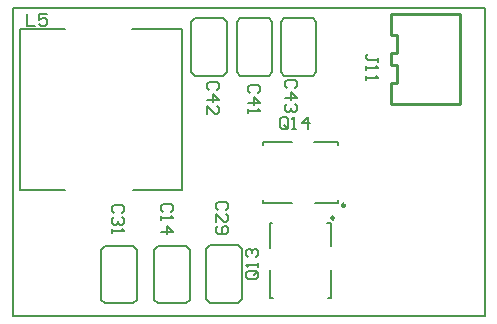
<source format=gto>
%FSLAX25Y25*%
%MOIN*%
G70*
G01*
G75*
%ADD10R,0.10630X0.03937*%
%ADD11R,0.15748X0.17716*%
%ADD12R,0.14410X0.09843*%
%ADD13R,0.14410X0.07874*%
%ADD14R,0.01969X0.06299*%
%ADD15R,0.03543X0.02126*%
%ADD16R,0.09843X0.14410*%
%ADD17R,0.07874X0.14410*%
%ADD18R,0.06299X0.01969*%
%ADD19R,0.02126X0.03543*%
%ADD20C,0.01000*%
%ADD21C,0.02000*%
%ADD22C,0.00800*%
%ADD23R,0.05400X0.12900*%
%ADD24R,0.21600X0.06537*%
%ADD25C,0.00500*%
%ADD26C,0.05906*%
%ADD27R,0.05906X0.05906*%
%ADD28O,0.10000X0.06000*%
%ADD29R,0.10000X0.06000*%
%ADD30C,0.04000*%
%ADD31C,0.02000*%
%ADD32C,0.03000*%
%ADD33R,0.02756X0.03347*%
%ADD34R,0.03347X0.02756*%
%ADD35R,0.05118X0.03937*%
%ADD36R,0.13386X0.07087*%
%ADD37O,0.02756X0.01181*%
%ADD38O,0.01181X0.02756*%
D20*
X110800Y36700D02*
G03*
X110800Y36700I-500J0D01*
G01*
X107217Y32528D02*
G03*
X107217Y32528I-500J0D01*
G01*
X149000Y70600D02*
Y100600D01*
X126000Y70600D02*
X149000D01*
X126000Y100600D02*
X149000D01*
X126000Y93600D02*
X128000D01*
Y87600D02*
Y93600D01*
X126000Y87600D02*
X128000D01*
X126000Y83600D02*
X128000D01*
Y77600D02*
Y83600D01*
X126000Y77600D02*
X128000D01*
X126000Y93600D02*
Y100600D01*
Y83600D02*
Y87600D01*
Y70600D02*
Y77600D01*
D25*
X48376Y23145D02*
X57824D01*
X48376Y4050D02*
X57824D01*
Y23145D02*
X59005Y21964D01*
X47194D02*
X48376Y23145D01*
X47194Y5232D02*
X48376Y4050D01*
X57824D02*
X59005Y5232D01*
X47194D02*
Y21964D01*
X59005Y5232D02*
Y21964D01*
X65676Y23345D02*
X75124D01*
X65676Y4250D02*
X75124D01*
Y23345D02*
X76306Y22164D01*
X64495D02*
X65676Y23345D01*
X64495Y5432D02*
X65676Y4250D01*
X75124D02*
X76306Y5432D01*
X64495D02*
Y22164D01*
X76306Y5432D02*
Y22164D01*
X30776Y23145D02*
X40224D01*
X30776Y4050D02*
X40224D01*
Y23145D02*
X41405Y21964D01*
X29594D02*
X30776Y23145D01*
X29594Y5232D02*
X30776Y4050D01*
X40224D02*
X41405Y5232D01*
X29594D02*
Y21964D01*
X41405Y5232D02*
Y21964D01*
X2600Y41700D02*
Y95637D01*
X56600Y41700D02*
Y95637D01*
X2600Y41700D02*
X17600D01*
X40000D02*
X56600D01*
X39837Y95637D02*
X56600D01*
X2600D02*
X17363D01*
X83600Y37400D02*
Y38400D01*
Y56700D02*
Y57676D01*
X108600Y37400D02*
Y38500D01*
Y56800D02*
Y57676D01*
X83600D02*
X93049D01*
X100300D02*
X108600D01*
X83600Y37400D02*
X93049D01*
X100800D02*
X108600D01*
X105017Y5828D02*
X106017D01*
X85741D02*
X86717D01*
X104917Y30828D02*
X106017D01*
X85741D02*
X86616D01*
X85741Y5828D02*
Y15276D01*
Y22528D02*
Y30828D01*
X106017Y5828D02*
Y15276D01*
Y23028D02*
Y30828D01*
X90576Y99045D02*
X100024D01*
X90576Y79950D02*
X100024D01*
Y99045D02*
X101206Y97864D01*
X89394D02*
X90576Y99045D01*
X89394Y81132D02*
X90576Y79950D01*
X100024D02*
X101206Y81132D01*
X89394D02*
Y97864D01*
X101206Y81132D02*
Y97864D01*
X60776Y99045D02*
X70224D01*
X60776Y79950D02*
X70224D01*
Y99045D02*
X71406Y97864D01*
X59595D02*
X60776Y99045D01*
X59595Y81132D02*
X60776Y79950D01*
X70224D02*
X71406Y81132D01*
X59595D02*
Y97864D01*
X71406Y81132D02*
Y97864D01*
X75876Y99045D02*
X85324D01*
X75876Y79950D02*
X85324D01*
Y99045D02*
X86506Y97864D01*
X74695D02*
X75876Y99045D01*
X74695Y81132D02*
X75876Y79950D01*
X85324D02*
X86506Y81132D01*
X74695D02*
Y97864D01*
X86506Y81132D02*
Y97864D01*
X52816Y34407D02*
X53482Y35073D01*
Y36406D01*
X52816Y37072D01*
X50150D01*
X49483Y36406D01*
Y35073D01*
X50150Y34407D01*
X49483Y33074D02*
Y31741D01*
Y32407D01*
X53482D01*
X52816Y33074D01*
X49483Y27742D02*
X53482D01*
X51483Y29741D01*
Y27076D01*
X71116Y35107D02*
X71782Y35773D01*
Y37106D01*
X71116Y37772D01*
X68450D01*
X67783Y37106D01*
Y35773D01*
X68450Y35107D01*
X67783Y31108D02*
Y33774D01*
X70449Y31108D01*
X71116D01*
X71782Y31774D01*
Y33107D01*
X71116Y33774D01*
X68450Y29775D02*
X67783Y29109D01*
Y27776D01*
X68450Y27109D01*
X71116D01*
X71782Y27776D01*
Y29109D01*
X71116Y29775D01*
X70449D01*
X69783Y29109D01*
Y27109D01*
X36410Y34207D02*
X37077Y34873D01*
Y36206D01*
X36410Y36872D01*
X33744D01*
X33078Y36206D01*
Y34873D01*
X33744Y34207D01*
X36410Y32874D02*
X37077Y32207D01*
Y30874D01*
X36410Y30208D01*
X35744D01*
X35077Y30874D01*
Y31541D01*
Y30874D01*
X34411Y30208D01*
X33744D01*
X33078Y30874D01*
Y32207D01*
X33744Y32874D01*
X33078Y28875D02*
Y27542D01*
Y28209D01*
X37077D01*
X36410Y28875D01*
X91766Y62966D02*
Y65632D01*
X91099Y66299D01*
X89766D01*
X89100Y65632D01*
Y62966D01*
X89766Y62300D01*
X91099D01*
X90433Y63633D02*
X91766Y62300D01*
X91099D02*
X91766Y62966D01*
X93099Y62300D02*
X94432D01*
X93765D01*
Y66299D01*
X93099Y65632D01*
X98430Y62300D02*
Y66299D01*
X96431Y64299D01*
X99097D01*
X81050Y14993D02*
X78384D01*
X77718Y14327D01*
Y12994D01*
X78384Y12328D01*
X81050D01*
X81717Y12994D01*
Y14327D01*
X80384Y13660D02*
X81717Y14993D01*
Y14327D02*
X81050Y14993D01*
X81717Y16326D02*
Y17659D01*
Y16993D01*
X77718D01*
X78384Y16326D01*
Y19658D02*
X77718Y20325D01*
Y21658D01*
X78384Y22324D01*
X79051D01*
X79717Y21658D01*
Y20991D01*
Y21658D01*
X80384Y22324D01*
X81050D01*
X81717Y21658D01*
Y20325D01*
X81050Y19658D01*
X121699Y84634D02*
Y85967D01*
Y85301D01*
X118367D01*
X117700Y85967D01*
Y86634D01*
X118367Y87300D01*
X117700Y83301D02*
Y81968D01*
Y82635D01*
X121699D01*
X121032Y83301D01*
X117700Y79969D02*
Y78636D01*
Y79303D01*
X121699D01*
X121032Y79969D01*
X81932Y74334D02*
X82599Y75001D01*
Y76334D01*
X81932Y77000D01*
X79266D01*
X78600Y76334D01*
Y75001D01*
X79266Y74334D01*
X78600Y71002D02*
X82599D01*
X80599Y73001D01*
Y70336D01*
X78600Y69003D02*
Y67670D01*
Y68336D01*
X82599D01*
X81932Y69003D01*
X68232Y75234D02*
X68899Y75901D01*
Y77234D01*
X68232Y77900D01*
X65566D01*
X64900Y77234D01*
Y75901D01*
X65566Y75234D01*
X64900Y71902D02*
X68899D01*
X66899Y73901D01*
Y71236D01*
X64900Y67237D02*
Y69903D01*
X67566Y67237D01*
X68232D01*
X68899Y67903D01*
Y69236D01*
X68232Y69903D01*
X94249Y75807D02*
X94915Y76474D01*
Y77807D01*
X94249Y78473D01*
X91583D01*
X90917Y77807D01*
Y76474D01*
X91583Y75807D01*
X90917Y72475D02*
X94915D01*
X92916Y74475D01*
Y71809D01*
X94249Y70476D02*
X94915Y69809D01*
Y68476D01*
X94249Y67810D01*
X93582D01*
X92916Y68476D01*
Y69143D01*
Y68476D01*
X92249Y67810D01*
X91583D01*
X90917Y68476D01*
Y69809D01*
X91583Y70476D01*
X4700Y100599D02*
Y96600D01*
X7366D01*
X11365Y100599D02*
X8699D01*
Y98599D01*
X10032Y99266D01*
X10698D01*
X11365Y98599D01*
Y97266D01*
X10698Y96600D01*
X9365D01*
X8699Y97266D01*
X0Y102362D02*
X157480D01*
Y0D02*
Y102362D01*
X0Y0D02*
X157480D01*
X0D02*
Y102362D01*
M02*

</source>
